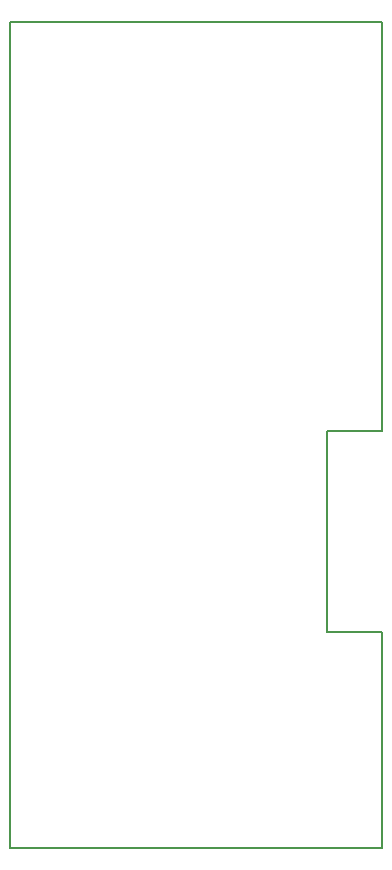
<source format=gbr>
%TF.GenerationSoftware,KiCad,Pcbnew,6.0.7-f9a2dced07~116~ubuntu20.04.1*%
%TF.CreationDate,2022-09-04T18:40:54+02:00*%
%TF.ProjectId,USBRadio,55534252-6164-4696-9f2e-6b696361645f,rev?*%
%TF.SameCoordinates,Original*%
%TF.FileFunction,Profile,NP*%
%FSLAX46Y46*%
G04 Gerber Fmt 4.6, Leading zero omitted, Abs format (unit mm)*
G04 Created by KiCad (PCBNEW 6.0.7-f9a2dced07~116~ubuntu20.04.1) date 2022-09-04 18:40:54*
%MOMM*%
%LPD*%
G01*
G04 APERTURE LIST*
%TA.AperFunction,Profile*%
%ADD10C,0.150000*%
%TD*%
G04 APERTURE END LIST*
D10*
X105400000Y-105000000D02*
X136900000Y-105000000D01*
X136900000Y-35000000D02*
X136900000Y-69700000D01*
X105400000Y-35000000D02*
X105400000Y-105000000D01*
X136900000Y-105000000D02*
X136900000Y-86700000D01*
X132200000Y-69700000D02*
X132200000Y-86700000D01*
X132200000Y-86700000D02*
X136900000Y-86700000D01*
X105400000Y-35000000D02*
X136900000Y-35000000D01*
X132200000Y-69700000D02*
X136900000Y-69700000D01*
M02*

</source>
